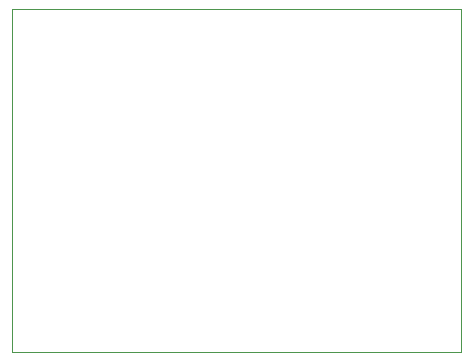
<source format=gbr>
G04 (created by PCBNEW (2013-07-07 BZR 4022)-stable) date 30/05/2015 12:54:33*
%MOIN*%
G04 Gerber Fmt 3.4, Leading zero omitted, Abs format*
%FSLAX34Y34*%
G01*
G70*
G90*
G04 APERTURE LIST*
%ADD10C,0.00590551*%
%ADD11C,0.00393701*%
G04 APERTURE END LIST*
G54D10*
G54D11*
X66535Y-53346D02*
X51574Y-53346D01*
X66535Y-64763D02*
X66535Y-53346D01*
X51574Y-64763D02*
X51574Y-53346D01*
X66535Y-64763D02*
X51574Y-64763D01*
M02*

</source>
